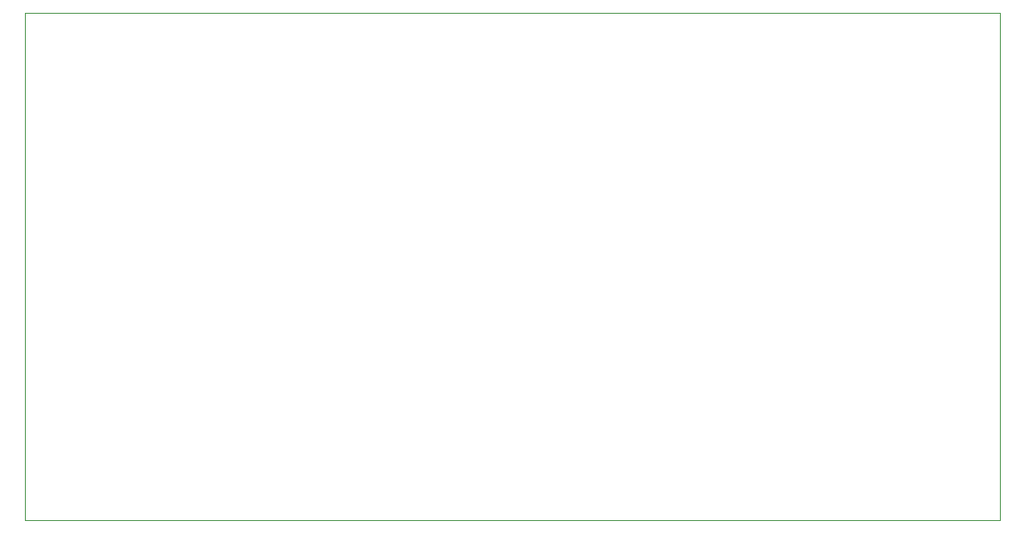
<source format=gm1>
G04 #@! TF.GenerationSoftware,KiCad,Pcbnew,8.0.1*
G04 #@! TF.CreationDate,2024-07-23T13:12:02+08:00*
G04 #@! TF.ProjectId,Test Prototype for v0.3,54657374-2050-4726-9f74-6f7479706520,rev?*
G04 #@! TF.SameCoordinates,Original*
G04 #@! TF.FileFunction,Profile,NP*
%FSLAX46Y46*%
G04 Gerber Fmt 4.6, Leading zero omitted, Abs format (unit mm)*
G04 Created by KiCad (PCBNEW 8.0.1) date 2024-07-23 13:12:02*
%MOMM*%
%LPD*%
G01*
G04 APERTURE LIST*
G04 #@! TA.AperFunction,Profile*
%ADD10C,0.050000*%
G04 #@! TD*
G04 APERTURE END LIST*
D10*
X100000000Y-70000000D02*
X196000000Y-70000000D01*
X196000000Y-120000000D01*
X100000000Y-120000000D01*
X100000000Y-70000000D01*
M02*

</source>
